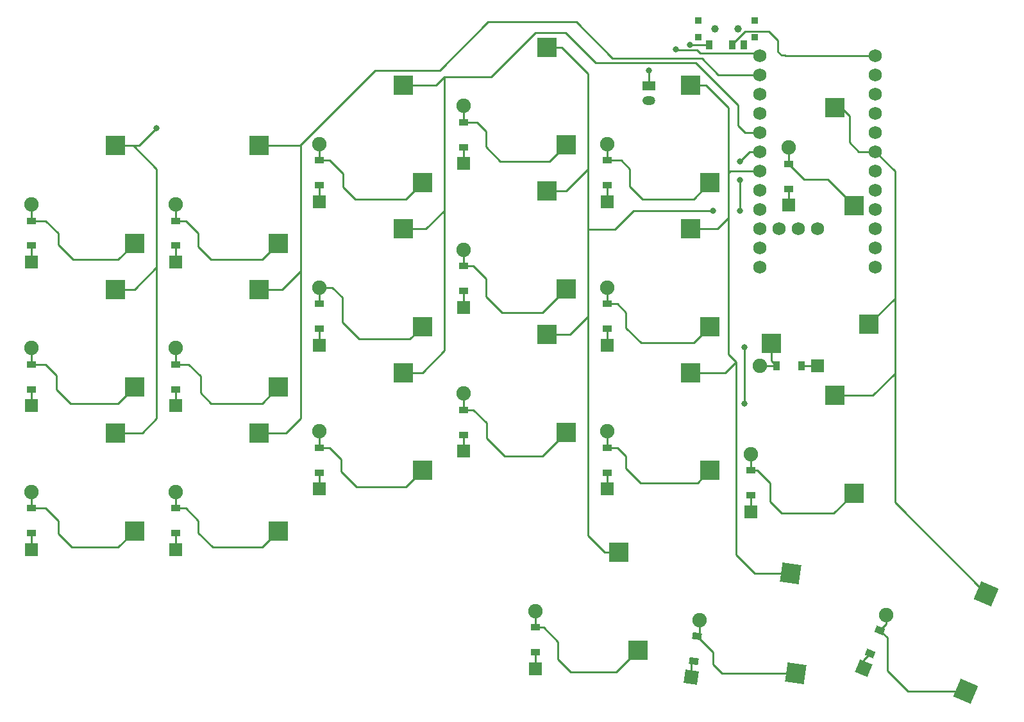
<source format=gbr>
%TF.GenerationSoftware,KiCad,Pcbnew,8.0.6*%
%TF.CreationDate,2024-12-24T11:18:05+01:00*%
%TF.ProjectId,left,6c656674-2e6b-4696-9361-645f70636258,v1.0.0*%
%TF.SameCoordinates,Original*%
%TF.FileFunction,Copper,L2,Bot*%
%TF.FilePolarity,Positive*%
%FSLAX46Y46*%
G04 Gerber Fmt 4.6, Leading zero omitted, Abs format (unit mm)*
G04 Created by KiCad (PCBNEW 8.0.6) date 2024-12-24 11:18:05*
%MOMM*%
%LPD*%
G01*
G04 APERTURE LIST*
G04 Aperture macros list*
%AMRotRect*
0 Rectangle, with rotation*
0 The origin of the aperture is its center*
0 $1 length*
0 $2 width*
0 $3 Rotation angle, in degrees counterclockwise*
0 Add horizontal line*
21,1,$1,$2,0,0,$3*%
G04 Aperture macros list end*
%TA.AperFunction,SMDPad,CuDef*%
%ADD10R,0.900000X0.900000*%
%TD*%
%TA.AperFunction,WasherPad*%
%ADD11C,1.000000*%
%TD*%
%TA.AperFunction,SMDPad,CuDef*%
%ADD12R,0.900000X1.250000*%
%TD*%
%TA.AperFunction,ComponentPad*%
%ADD13R,1.778000X1.778000*%
%TD*%
%TA.AperFunction,SMDPad,CuDef*%
%ADD14R,1.200000X0.900000*%
%TD*%
%TA.AperFunction,ComponentPad*%
%ADD15C,1.905000*%
%TD*%
%TA.AperFunction,SMDPad,CuDef*%
%ADD16R,2.500000X2.550000*%
%TD*%
%TA.AperFunction,ComponentPad*%
%ADD17RotRect,1.778000X1.778000X67.000000*%
%TD*%
%TA.AperFunction,SMDPad,CuDef*%
%ADD18RotRect,0.900000X1.200000X67.000000*%
%TD*%
%TA.AperFunction,SMDPad,CuDef*%
%ADD19RotRect,2.550000X2.500000X262.000000*%
%TD*%
%TA.AperFunction,ComponentPad*%
%ADD20RotRect,1.778000X1.778000X82.000000*%
%TD*%
%TA.AperFunction,SMDPad,CuDef*%
%ADD21RotRect,0.900000X1.200000X82.000000*%
%TD*%
%TA.AperFunction,ComponentPad*%
%ADD22R,1.700000X1.200000*%
%TD*%
%TA.AperFunction,ComponentPad*%
%ADD23O,1.700000X1.200000*%
%TD*%
%TA.AperFunction,ComponentPad*%
%ADD24C,1.752600*%
%TD*%
%TA.AperFunction,SMDPad,CuDef*%
%ADD25R,2.550000X2.500000*%
%TD*%
%TA.AperFunction,SMDPad,CuDef*%
%ADD26RotRect,2.550000X2.500000X247.000000*%
%TD*%
%TA.AperFunction,SMDPad,CuDef*%
%ADD27R,0.900000X1.200000*%
%TD*%
%TA.AperFunction,ViaPad*%
%ADD28C,0.800000*%
%TD*%
%TA.AperFunction,Conductor*%
%ADD29C,0.250000*%
%TD*%
G04 APERTURE END LIST*
D10*
%TO.P,T1,*%
%TO.N,*%
X129550000Y-98400000D03*
X129550000Y-100600000D03*
D11*
X131750000Y-99500000D03*
X134750000Y-99500000D03*
D10*
X136950000Y-98400000D03*
X136950000Y-100600000D03*
D12*
%TO.P,T1,1*%
%TO.N,pos*%
X131000000Y-101575000D03*
%TO.P,T1,2*%
%TO.N,RAW*%
X134000000Y-101575000D03*
%TO.P,T1,3*%
%TO.N,N/C*%
X135500000Y-101575000D03*
%TD*%
D13*
%TO.P,D4,1*%
%TO.N,P011*%
X60500000Y-168310000D03*
D14*
X60500000Y-166150000D03*
%TO.P,D4,2*%
%TO.N,ColB_Row1*%
X60500000Y-162850000D03*
D15*
X60500000Y-160690000D03*
%TD*%
D13*
%TO.P,D5,1*%
%TO.N,P009*%
X60500000Y-149310000D03*
D14*
X60500000Y-147150000D03*
%TO.P,D5,2*%
%TO.N,ColB_Row2*%
X60500000Y-143850000D03*
D15*
X60500000Y-141690000D03*
%TD*%
D16*
%TO.P,S13,1*%
%TO.N,P022*%
X128540000Y-144915000D03*
%TO.P,S13,2*%
%TO.N,ColE_Row1*%
X131080000Y-157842000D03*
%TD*%
D17*
%TO.P,D19,1*%
%TO.N,P115*%
X151389326Y-184007308D03*
D18*
X152233307Y-182019018D03*
%TO.P,D19,2*%
%TO.N,ColF_Row0*%
X153522719Y-178981352D03*
D15*
X154366700Y-176993062D03*
%TD*%
D16*
%TO.P,S17,1*%
%TO.N,P029*%
X147540000Y-109915000D03*
%TO.P,S17,2*%
%TO.N,ColF_Row3*%
X150080000Y-122842000D03*
%TD*%
%TO.P,S8,1*%
%TO.N,P017*%
X90540000Y-125915000D03*
%TO.P,S8,2*%
%TO.N,ColC_Row2*%
X93080000Y-138842000D03*
%TD*%
D13*
%TO.P,D10,1*%
%TO.N,P011*%
X98500000Y-155310000D03*
D14*
X98500000Y-153150000D03*
%TO.P,D10,2*%
%TO.N,ColD_Row1*%
X98500000Y-149850000D03*
D15*
X98500000Y-147690000D03*
%TD*%
D19*
%TO.P,S19,1*%
%TO.N,P022*%
X141693780Y-171485505D03*
%TO.P,S19,2*%
%TO.N,ColE_Row0*%
X142409971Y-184640200D03*
%TD*%
D16*
%TO.P,S1,1*%
%TO.N,P006*%
X52540000Y-152915000D03*
%TO.P,S1,2*%
%TO.N,ColA_Row1*%
X55080000Y-165842000D03*
%TD*%
D20*
%TO.P,D18,1*%
%TO.N,P115*%
X128618650Y-185194211D03*
D21*
X128919265Y-183055232D03*
%TO.P,D18,2*%
%TO.N,ColE_Row0*%
X129378537Y-179787348D03*
D15*
X129679152Y-177648369D03*
%TD*%
D16*
%TO.P,S9,1*%
%TO.N,P017*%
X90540000Y-106915000D03*
%TO.P,S9,2*%
%TO.N,ColC_Row3*%
X93080000Y-119842000D03*
%TD*%
%TO.P,S14,1*%
%TO.N,P022*%
X128540000Y-125915000D03*
%TO.P,S14,2*%
%TO.N,ColE_Row2*%
X131080000Y-138842000D03*
%TD*%
D13*
%TO.P,D8,1*%
%TO.N,P009*%
X79500000Y-141310000D03*
D14*
X79500000Y-139150000D03*
%TO.P,D8,2*%
%TO.N,ColC_Row2*%
X79500000Y-135850000D03*
D15*
X79500000Y-133690000D03*
%TD*%
D16*
%TO.P,S12,1*%
%TO.N,P020*%
X109540000Y-101915000D03*
%TO.P,S12,2*%
%TO.N,ColD_Row3*%
X112080000Y-114842000D03*
%TD*%
%TO.P,S10,1*%
%TO.N,P020*%
X109540000Y-139915000D03*
%TO.P,S10,2*%
%TO.N,ColD_Row1*%
X112080000Y-152842000D03*
%TD*%
D13*
%TO.P,D21,1*%
%TO.N,P100*%
X141500000Y-122810000D03*
D14*
X141500000Y-120650000D03*
%TO.P,D21,2*%
%TO.N,ColF_Row3*%
X141500000Y-117350000D03*
D15*
X141500000Y-115190000D03*
%TD*%
D13*
%TO.P,D6,1*%
%TO.N,P100*%
X60500000Y-130310000D03*
D14*
X60500000Y-128150000D03*
%TO.P,D6,2*%
%TO.N,ColB_Row3*%
X60500000Y-124850000D03*
D15*
X60500000Y-122690000D03*
%TD*%
D22*
%TO.P,JST1,1*%
%TO.N,pos*%
X123000000Y-107000000D03*
D23*
%TO.P,JST1,2*%
%TO.N,GND*%
X123000000Y-109000000D03*
%TD*%
D16*
%TO.P,S11,1*%
%TO.N,P020*%
X109540000Y-120915000D03*
%TO.P,S11,2*%
%TO.N,ColD_Row2*%
X112080000Y-133842000D03*
%TD*%
D13*
%TO.P,D11,1*%
%TO.N,P009*%
X98500000Y-136310000D03*
D14*
X98500000Y-134150000D03*
%TO.P,D11,2*%
%TO.N,ColD_Row2*%
X98500000Y-130850000D03*
D15*
X98500000Y-128690000D03*
%TD*%
D13*
%TO.P,D1,1*%
%TO.N,P011*%
X41500000Y-168310000D03*
D14*
X41500000Y-166150000D03*
%TO.P,D1,2*%
%TO.N,ColA_Row1*%
X41500000Y-162850000D03*
D15*
X41500000Y-160690000D03*
%TD*%
D16*
%TO.P,S2,1*%
%TO.N,P006*%
X52540000Y-133915000D03*
%TO.P,S2,2*%
%TO.N,ColA_Row2*%
X55080000Y-146842000D03*
%TD*%
D13*
%TO.P,D3,1*%
%TO.N,P100*%
X41500000Y-130310000D03*
D14*
X41500000Y-128150000D03*
%TO.P,D3,2*%
%TO.N,ColA_Row3*%
X41500000Y-124850000D03*
D15*
X41500000Y-122690000D03*
%TD*%
D13*
%TO.P,D14,1*%
%TO.N,P009*%
X117500000Y-141310000D03*
D14*
X117500000Y-139150000D03*
%TO.P,D14,2*%
%TO.N,ColE_Row2*%
X117500000Y-135850000D03*
D15*
X117500000Y-133690000D03*
%TD*%
D13*
%TO.P,D7,1*%
%TO.N,P011*%
X79500000Y-160310000D03*
D14*
X79500000Y-158150000D03*
%TO.P,D7,2*%
%TO.N,ColC_Row1*%
X79500000Y-154850000D03*
D15*
X79500000Y-152690000D03*
%TD*%
D13*
%TO.P,D17,1*%
%TO.N,P115*%
X108000000Y-184060000D03*
D14*
X108000000Y-181900000D03*
%TO.P,D17,2*%
%TO.N,ColD_Row0*%
X108000000Y-178600000D03*
D15*
X108000000Y-176440000D03*
%TD*%
D24*
%TO.P,MCU1,1*%
%TO.N,P006*%
X137680000Y-103030000D03*
%TO.P,MCU1,2*%
%TO.N,P008*%
X137680000Y-105570000D03*
%TO.P,MCU1,3*%
%TO.N,GND*%
X137680000Y-108110000D03*
%TO.P,MCU1,4*%
X137680000Y-110650000D03*
%TO.P,MCU1,5*%
%TO.N,P017*%
X137680000Y-113190000D03*
%TO.P,MCU1,6*%
%TO.N,P020*%
X137680000Y-115730000D03*
%TO.P,MCU1,7*%
%TO.N,P022*%
X137680000Y-118270000D03*
%TO.P,MCU1,8*%
%TO.N,P024*%
X137680000Y-120810000D03*
%TO.P,MCU1,9*%
%TO.N,P100*%
X137680000Y-123350000D03*
%TO.P,MCU1,10*%
%TO.N,P011*%
X137680000Y-125890000D03*
%TO.P,MCU1,11*%
%TO.N,P104*%
X137680000Y-128430000D03*
%TO.P,MCU1,12*%
%TO.N,P106*%
X137680000Y-130970000D03*
%TO.P,MCU1,13*%
%TO.N,P009*%
X152920000Y-130970000D03*
%TO.P,MCU1,14*%
%TO.N,P010*%
X152920000Y-128430000D03*
%TO.P,MCU1,15*%
%TO.N,P111*%
X152920000Y-125890000D03*
%TO.P,MCU1,16*%
%TO.N,P113*%
X152920000Y-123350000D03*
%TO.P,MCU1,17*%
%TO.N,P115*%
X152920000Y-120810000D03*
%TO.P,MCU1,18*%
%TO.N,P002*%
X152920000Y-118270000D03*
%TO.P,MCU1,19*%
%TO.N,P029*%
X152920000Y-115730000D03*
%TO.P,MCU1,20*%
%TO.N,P031*%
X152920000Y-113190000D03*
%TO.P,MCU1,21*%
%TO.N,VCC*%
X152920000Y-110650000D03*
%TO.P,MCU1,22*%
%TO.N,RST*%
X152920000Y-108110000D03*
%TO.P,MCU1,23*%
%TO.N,GND*%
X152920000Y-105570000D03*
%TO.P,MCU1,24*%
%TO.N,RAW*%
X152920000Y-103030000D03*
%TO.P,MCU1,31*%
%TO.N,P101*%
X140220000Y-125890000D03*
%TO.P,MCU1,32*%
%TO.N,P102*%
X142760000Y-125890000D03*
%TO.P,MCU1,33*%
%TO.N,P107*%
X145300000Y-125890000D03*
%TD*%
D25*
%TO.P,S21,1*%
%TO.N,P029*%
X152085000Y-138540000D03*
%TO.P,S21,2*%
%TO.N,ColF_Row2*%
X139158000Y-141080000D03*
%TD*%
D13*
%TO.P,D16,1*%
%TO.N,P011*%
X136500000Y-163310000D03*
D14*
X136500000Y-161150000D03*
%TO.P,D16,2*%
%TO.N,ColF_Row1*%
X136500000Y-157850000D03*
D15*
X136500000Y-155690000D03*
%TD*%
D13*
%TO.P,D9,1*%
%TO.N,P100*%
X79500000Y-122310000D03*
D14*
X79500000Y-120150000D03*
%TO.P,D9,2*%
%TO.N,ColC_Row3*%
X79500000Y-116850000D03*
D15*
X79500000Y-114690000D03*
%TD*%
D26*
%TO.P,S20,1*%
%TO.N,P029*%
X167567006Y-174149808D03*
%TO.P,S20,2*%
%TO.N,ColF_Row0*%
X164854106Y-187041631D03*
%TD*%
D16*
%TO.P,S4,1*%
%TO.N,P008*%
X71540000Y-152915000D03*
%TO.P,S4,2*%
%TO.N,ColB_Row1*%
X74080000Y-165842000D03*
%TD*%
D13*
%TO.P,D15,1*%
%TO.N,P100*%
X117500000Y-122310000D03*
D14*
X117500000Y-120150000D03*
%TO.P,D15,2*%
%TO.N,ColE_Row3*%
X117500000Y-116850000D03*
D15*
X117500000Y-114690000D03*
%TD*%
D16*
%TO.P,S6,1*%
%TO.N,P008*%
X71540000Y-114915000D03*
%TO.P,S6,2*%
%TO.N,ColB_Row3*%
X74080000Y-127842000D03*
%TD*%
%TO.P,S15,1*%
%TO.N,P022*%
X128540000Y-106915000D03*
%TO.P,S15,2*%
%TO.N,ColE_Row3*%
X131080000Y-119842000D03*
%TD*%
%TO.P,S5,1*%
%TO.N,P008*%
X71540000Y-133915000D03*
%TO.P,S5,2*%
%TO.N,ColB_Row2*%
X74080000Y-146842000D03*
%TD*%
D13*
%TO.P,D2,1*%
%TO.N,P009*%
X41500000Y-149310000D03*
D14*
X41500000Y-147150000D03*
%TO.P,D2,2*%
%TO.N,ColA_Row2*%
X41500000Y-143850000D03*
D15*
X41500000Y-141690000D03*
%TD*%
D16*
%TO.P,S18,1*%
%TO.N,P020*%
X119040000Y-168665000D03*
%TO.P,S18,2*%
%TO.N,ColD_Row0*%
X121580000Y-181592000D03*
%TD*%
D13*
%TO.P,D12,1*%
%TO.N,P100*%
X98500000Y-117310000D03*
D14*
X98500000Y-115150000D03*
%TO.P,D12,2*%
%TO.N,ColD_Row3*%
X98500000Y-111850000D03*
D15*
X98500000Y-109690000D03*
%TD*%
D13*
%TO.P,D13,1*%
%TO.N,P011*%
X117500000Y-160310000D03*
D14*
X117500000Y-158150000D03*
%TO.P,D13,2*%
%TO.N,ColE_Row1*%
X117500000Y-154850000D03*
D15*
X117500000Y-152690000D03*
%TD*%
D16*
%TO.P,S7,1*%
%TO.N,P017*%
X90540000Y-144915000D03*
%TO.P,S7,2*%
%TO.N,ColC_Row1*%
X93080000Y-157842000D03*
%TD*%
D13*
%TO.P,D20,1*%
%TO.N,P009*%
X145310000Y-144000000D03*
D27*
X143150000Y-144000000D03*
%TO.P,D20,2*%
%TO.N,ColF_Row2*%
X139850000Y-144000000D03*
D15*
X137690000Y-144000000D03*
%TD*%
D16*
%TO.P,S16,1*%
%TO.N,P029*%
X147540000Y-147915000D03*
%TO.P,S16,2*%
%TO.N,ColF_Row1*%
X150080000Y-160842000D03*
%TD*%
%TO.P,S3,1*%
%TO.N,P006*%
X52540000Y-114915000D03*
%TO.P,S3,2*%
%TO.N,ColA_Row3*%
X55080000Y-127842000D03*
%TD*%
D28*
%TO.N,P006*%
X58000000Y-112600000D03*
X126600000Y-102200000D03*
%TO.N,P020*%
X131500000Y-123500000D03*
X135000000Y-123500000D03*
X135000000Y-117000000D03*
X135000000Y-119500000D03*
%TO.N,P011*%
X135600000Y-141600000D03*
X135600000Y-149000000D03*
%TO.N,pos*%
X128425000Y-101575000D03*
X123000000Y-105000000D03*
%TD*%
D29*
%TO.N,ColF_Row1*%
X136500000Y-157850000D02*
X137350000Y-157850000D01*
X137350000Y-157850000D02*
X139000000Y-159500000D01*
X139000000Y-159500000D02*
X139000000Y-162000000D01*
X139000000Y-162000000D02*
X140500000Y-163500000D01*
X140500000Y-163500000D02*
X147422000Y-163500000D01*
X147422000Y-163500000D02*
X150080000Y-160842000D01*
%TO.N,ColF_Row0*%
X153522719Y-178981352D02*
X154500000Y-179958633D01*
X154500000Y-179958633D02*
X154500000Y-184300000D01*
X154500000Y-184300000D02*
X157241631Y-187041631D01*
X157241631Y-187041631D02*
X164854107Y-187041631D01*
%TO.N,ColE_Row0*%
X129378537Y-179787348D02*
X131500000Y-181908811D01*
X131500000Y-181908811D02*
X131500000Y-183500000D01*
X131500000Y-183500000D02*
X132640200Y-184640200D01*
X132640200Y-184640200D02*
X142409971Y-184640200D01*
%TO.N,ColD_Row0*%
X108000000Y-178600000D02*
X109100000Y-178600000D01*
X109100000Y-178600000D02*
X111000000Y-180500000D01*
X111000000Y-180500000D02*
X111000000Y-182800000D01*
X111000000Y-182800000D02*
X112700000Y-184500000D01*
X112700000Y-184500000D02*
X118672000Y-184500000D01*
X118672000Y-184500000D02*
X121580000Y-181592000D01*
%TO.N,ColE_Row1*%
X117500000Y-154850000D02*
X118850000Y-154850000D01*
X121900000Y-159500000D02*
X129422000Y-159500000D01*
X118850000Y-154850000D02*
X120000000Y-156000000D01*
X120000000Y-156000000D02*
X120000000Y-157600000D01*
X120000000Y-157600000D02*
X121900000Y-159500000D01*
X129422000Y-159500000D02*
X131080000Y-157842000D01*
%TO.N,ColE_Row2*%
X118850000Y-135850000D02*
X120000000Y-137000000D01*
X120000000Y-137000000D02*
X120000000Y-139000000D01*
X120000000Y-139000000D02*
X122000000Y-141000000D01*
X117500000Y-135850000D02*
X118850000Y-135850000D01*
X128922000Y-141000000D02*
X131080000Y-138842000D01*
X122000000Y-141000000D02*
X128922000Y-141000000D01*
%TO.N,ColE_Row3*%
X117500000Y-116850000D02*
X119350000Y-116850000D01*
X122200000Y-122000000D02*
X128922000Y-122000000D01*
X119350000Y-116850000D02*
X120500000Y-118000000D01*
X120500000Y-118000000D02*
X120500000Y-120300000D01*
X120500000Y-120300000D02*
X122200000Y-122000000D01*
X128922000Y-122000000D02*
X131080000Y-119842000D01*
%TO.N,ColD_Row3*%
X98500000Y-111850000D02*
X100350000Y-111850000D01*
X100350000Y-111850000D02*
X101500000Y-113000000D01*
X103400000Y-117000000D02*
X109922000Y-117000000D01*
X101500000Y-113000000D02*
X101500000Y-115100000D01*
X101500000Y-115100000D02*
X103400000Y-117000000D01*
X109922000Y-117000000D02*
X112080000Y-114842000D01*
%TO.N,ColD_Row2*%
X98500000Y-130850000D02*
X99850000Y-130850000D01*
X101500000Y-132500000D02*
X101500000Y-134900000D01*
X99850000Y-130850000D02*
X101500000Y-132500000D01*
X101500000Y-134900000D02*
X103600000Y-137000000D01*
X103600000Y-137000000D02*
X108922000Y-137000000D01*
X108922000Y-137000000D02*
X112080000Y-133842000D01*
%TO.N,ColD_Row1*%
X98500000Y-149850000D02*
X99850000Y-149850000D01*
X99850000Y-149850000D02*
X101600000Y-151600000D01*
X101600000Y-151600000D02*
X101600000Y-153600000D01*
X104000000Y-156000000D02*
X108922000Y-156000000D01*
X101600000Y-153600000D02*
X104000000Y-156000000D01*
X108922000Y-156000000D02*
X112080000Y-152842000D01*
%TO.N,ColC_Row1*%
X82400000Y-156400000D02*
X82400000Y-158000000D01*
X80850000Y-154850000D02*
X82400000Y-156400000D01*
X84400000Y-160000000D02*
X90922000Y-160000000D01*
X82400000Y-158000000D02*
X84400000Y-160000000D01*
X79500000Y-154850000D02*
X80850000Y-154850000D01*
X90922000Y-160000000D02*
X93080000Y-157842000D01*
%TO.N,ColC_Row2*%
X79500000Y-133690000D02*
X81190000Y-133690000D01*
X82500000Y-138300000D02*
X84700000Y-140500000D01*
X81190000Y-133690000D02*
X82500000Y-135000000D01*
X82500000Y-135000000D02*
X82500000Y-138300000D01*
X84700000Y-140500000D02*
X91422000Y-140500000D01*
X91422000Y-140500000D02*
X93080000Y-138842000D01*
%TO.N,ColC_Row3*%
X79500000Y-116850000D02*
X80850000Y-116850000D01*
X82600000Y-118600000D02*
X82600000Y-120400000D01*
X80850000Y-116850000D02*
X82600000Y-118600000D01*
X84200000Y-122000000D02*
X90922000Y-122000000D01*
X82600000Y-120400000D02*
X84200000Y-122000000D01*
X90922000Y-122000000D02*
X93080000Y-119842000D01*
%TO.N,ColB_Row3*%
X63500000Y-126500000D02*
X63500000Y-128300000D01*
X61850000Y-124850000D02*
X63500000Y-126500000D01*
X60500000Y-124850000D02*
X61850000Y-124850000D01*
X63500000Y-128300000D02*
X65200000Y-130000000D01*
X71922000Y-130000000D02*
X74080000Y-127842000D01*
X65200000Y-130000000D02*
X71922000Y-130000000D01*
%TO.N,ColB_Row2*%
X62250000Y-143850000D02*
X63800000Y-145400000D01*
X65200000Y-149000000D02*
X71922000Y-149000000D01*
X63800000Y-145400000D02*
X63800000Y-147600000D01*
X60500000Y-143850000D02*
X62250000Y-143850000D01*
X63800000Y-147600000D02*
X65200000Y-149000000D01*
X71922000Y-149000000D02*
X74080000Y-146842000D01*
%TO.N,ColB_Row1*%
X60500000Y-162850000D02*
X61850000Y-162850000D01*
X61850000Y-162850000D02*
X63500000Y-164500000D01*
X63500000Y-164500000D02*
X63500000Y-166100000D01*
X63500000Y-166100000D02*
X65400000Y-168000000D01*
X65400000Y-168000000D02*
X71922000Y-168000000D01*
X71922000Y-168000000D02*
X74080000Y-165842000D01*
%TO.N,ColA_Row1*%
X41500000Y-162850000D02*
X43350000Y-162850000D01*
X46800000Y-168000000D02*
X52922000Y-168000000D01*
X43350000Y-162850000D02*
X45000000Y-164500000D01*
X52922000Y-168000000D02*
X55080000Y-165842000D01*
X45000000Y-164500000D02*
X45000000Y-166200000D01*
X45000000Y-166200000D02*
X46800000Y-168000000D01*
%TO.N,ColA_Row2*%
X41500000Y-143850000D02*
X43350000Y-143850000D01*
X43350000Y-143850000D02*
X44800000Y-145300000D01*
X44800000Y-147200000D02*
X46600000Y-149000000D01*
X44800000Y-145300000D02*
X44800000Y-147200000D01*
X46600000Y-149000000D02*
X52922000Y-149000000D01*
X52922000Y-149000000D02*
X55080000Y-146842000D01*
%TO.N,ColA_Row3*%
X41500000Y-124850000D02*
X43350000Y-124850000D01*
X47000000Y-130000000D02*
X52922000Y-130000000D01*
X52922000Y-130000000D02*
X55080000Y-127842000D01*
X43350000Y-124850000D02*
X45000000Y-126500000D01*
X45000000Y-126500000D02*
X45000000Y-128000000D01*
X45000000Y-128000000D02*
X47000000Y-130000000D01*
%TO.N,P006*%
X129800000Y-102700000D02*
X137350000Y-102700000D01*
X137350000Y-102700000D02*
X137680000Y-103030000D01*
X129400000Y-102300000D02*
X129800000Y-102700000D01*
X55085000Y-133915000D02*
X58000000Y-131000000D01*
X52540000Y-152915000D02*
X56085000Y-152915000D01*
X58000000Y-131000000D02*
X58000000Y-118000000D01*
X126700000Y-102300000D02*
X129400000Y-102300000D01*
X52540000Y-133915000D02*
X55085000Y-133915000D01*
X58000000Y-118000000D02*
X54915000Y-114915000D01*
X54915000Y-114915000D02*
X52540000Y-114915000D01*
X55685000Y-114915000D02*
X58000000Y-112600000D01*
X126600000Y-102200000D02*
X126700000Y-102300000D01*
X52540000Y-114915000D02*
X55685000Y-114915000D01*
X56085000Y-152915000D02*
X58000000Y-151000000D01*
X58000000Y-151000000D02*
X58000000Y-131000000D01*
X137650000Y-103000000D02*
X137680000Y-103030000D01*
%TO.N,ColA_Row1*%
X41500000Y-160690000D02*
X41500000Y-162850000D01*
%TO.N,ColA_Row2*%
X41500000Y-141690000D02*
X41500000Y-143850000D01*
%TO.N,ColA_Row3*%
X41500000Y-122690000D02*
X41500000Y-124850000D01*
%TO.N,P008*%
X132170000Y-105570000D02*
X137680000Y-105570000D01*
X130000000Y-103400000D02*
X132170000Y-105570000D01*
X118200000Y-103400000D02*
X130000000Y-103400000D01*
X95400000Y-105000000D02*
X101800000Y-98600000D01*
X113400000Y-98600000D02*
X118200000Y-103400000D01*
X76915000Y-114915000D02*
X71540000Y-114915000D01*
X71540000Y-152915000D02*
X75085000Y-152915000D01*
X101800000Y-98600000D02*
X113400000Y-98600000D01*
X77000000Y-115000000D02*
X76915000Y-114915000D01*
X71540000Y-133915000D02*
X74585000Y-133915000D01*
X77000000Y-151000000D02*
X77000000Y-131500000D01*
X74585000Y-133915000D02*
X77000000Y-131500000D01*
X77000000Y-131500000D02*
X77000000Y-115000000D01*
X86830000Y-105000000D02*
X95400000Y-105000000D01*
X75085000Y-152915000D02*
X77000000Y-151000000D01*
X76915000Y-114915000D02*
X86830000Y-105000000D01*
%TO.N,ColB_Row1*%
X60500000Y-160690000D02*
X60500000Y-162850000D01*
%TO.N,ColB_Row2*%
X60500000Y-141690000D02*
X60500000Y-143850000D01*
%TO.N,ColB_Row3*%
X60500000Y-122690000D02*
X60500000Y-124850000D01*
%TO.N,P017*%
X116000000Y-104000000D02*
X129200000Y-104000000D01*
X129200000Y-104000000D02*
X134800000Y-109600000D01*
X112000000Y-100000000D02*
X116000000Y-104000000D01*
X108000000Y-100000000D02*
X112000000Y-100000000D01*
X135690000Y-113190000D02*
X137680000Y-113190000D01*
X134800000Y-109600000D02*
X134800000Y-112300000D01*
X96000000Y-142000000D02*
X96000000Y-123500000D01*
X93085000Y-144915000D02*
X96000000Y-142000000D01*
X134800000Y-112300000D02*
X135690000Y-113190000D01*
X94885000Y-106915000D02*
X96000000Y-105800000D01*
X90540000Y-125915000D02*
X93585000Y-125915000D01*
X91655000Y-105800000D02*
X90540000Y-106915000D01*
X102200000Y-105800000D02*
X108000000Y-100000000D01*
X96000000Y-105800000D02*
X102200000Y-105800000D01*
X90540000Y-106915000D02*
X94885000Y-106915000D01*
X96000000Y-123500000D02*
X96000000Y-105800000D01*
X93585000Y-125915000D02*
X96000000Y-123500000D01*
X90540000Y-144915000D02*
X93085000Y-144915000D01*
%TO.N,ColC_Row1*%
X79500000Y-152690000D02*
X79500000Y-154850000D01*
%TO.N,ColC_Row2*%
X79500000Y-135850000D02*
X79500000Y-133690000D01*
%TO.N,ColC_Row3*%
X79500000Y-114690000D02*
X79500000Y-116850000D01*
%TO.N,P020*%
X135000000Y-123500000D02*
X135000000Y-119500000D01*
X115000000Y-105400000D02*
X111515000Y-101915000D01*
X111515000Y-101915000D02*
X109540000Y-101915000D01*
X117165000Y-168665000D02*
X115000000Y-166500000D01*
X115000000Y-118000000D02*
X115000000Y-105400000D01*
X115000000Y-126000000D02*
X118500000Y-126000000D01*
X121000000Y-123500000D02*
X131500000Y-123500000D01*
X115000000Y-137500000D02*
X115000000Y-137000000D01*
X112585000Y-139915000D02*
X115000000Y-137500000D01*
X109540000Y-120915000D02*
X112085000Y-120915000D01*
X119040000Y-168665000D02*
X117165000Y-168665000D01*
X135000000Y-117000000D02*
X136270000Y-115730000D01*
X115000000Y-166500000D02*
X115000000Y-137000000D01*
X136270000Y-115730000D02*
X137680000Y-115730000D01*
X118500000Y-126000000D02*
X121000000Y-123500000D01*
X112085000Y-120915000D02*
X115000000Y-118000000D01*
X115000000Y-126000000D02*
X115000000Y-118000000D01*
X109540000Y-139915000D02*
X112585000Y-139915000D01*
X115000000Y-137000000D02*
X115000000Y-126000000D01*
%TO.N,ColD_Row1*%
X98500000Y-147690000D02*
X98500000Y-149850000D01*
%TO.N,ColD_Row2*%
X98500000Y-128690000D02*
X98500000Y-130850000D01*
%TO.N,ColD_Row3*%
X98500000Y-109690000D02*
X98500000Y-111850000D01*
%TO.N,P022*%
X134500000Y-143500000D02*
X134500000Y-169000000D01*
X133500000Y-109900000D02*
X130515000Y-106915000D01*
X128540000Y-125915000D02*
X132085000Y-125915000D01*
X133085000Y-144915000D02*
X134500000Y-143500000D01*
X132085000Y-125915000D02*
X133500000Y-124500000D01*
X136985505Y-171485505D02*
X141693780Y-171485505D01*
X133500000Y-121000000D02*
X133500000Y-109900000D01*
X134500000Y-143500000D02*
X133500000Y-142500000D01*
X133500000Y-142500000D02*
X133500000Y-123000000D01*
X130515000Y-106915000D02*
X128540000Y-106915000D01*
X133500000Y-123000000D02*
X133500000Y-121000000D01*
X128540000Y-144915000D02*
X133085000Y-144915000D01*
X134500000Y-169000000D02*
X136985505Y-171485505D01*
X133500000Y-121000000D02*
X133500000Y-118500000D01*
X133730000Y-118270000D02*
X137680000Y-118270000D01*
X133500000Y-118500000D02*
X133730000Y-118270000D01*
%TO.N,ColE_Row1*%
X117500000Y-152690000D02*
X117500000Y-154850000D01*
%TO.N,ColE_Row2*%
X117500000Y-133690000D02*
X117500000Y-135850000D01*
%TO.N,ColE_Row3*%
X117500000Y-114690000D02*
X117500000Y-116850000D01*
%TO.N,P029*%
X155500000Y-118310000D02*
X152920000Y-115730000D01*
X155500000Y-138540000D02*
X155500000Y-135125000D01*
X149500000Y-111000000D02*
X149500000Y-114500000D01*
X155500000Y-138540000D02*
X155500000Y-145000000D01*
X155500000Y-138540000D02*
X155500000Y-118310000D01*
X155500000Y-145000000D02*
X155500000Y-162082802D01*
X149500000Y-114500000D02*
X150730000Y-115730000D01*
X150730000Y-115730000D02*
X152920000Y-115730000D01*
X147540000Y-147915000D02*
X152585000Y-147915000D01*
X155500000Y-162082802D02*
X167567006Y-174149808D01*
X152585000Y-147915000D02*
X155500000Y-145000000D01*
X148415000Y-109915000D02*
X149500000Y-111000000D01*
X147540000Y-109915000D02*
X148415000Y-109915000D01*
X155500000Y-135125000D02*
X152085000Y-138540000D01*
%TO.N,ColF_Row1*%
X136500000Y-155690000D02*
X136500000Y-157850000D01*
%TO.N,ColF_Row3*%
X141500000Y-117350000D02*
X143518900Y-119368900D01*
X146606900Y-119368900D02*
X150080000Y-122842000D01*
X143518900Y-119368900D02*
X146606900Y-119368900D01*
X141500000Y-115190000D02*
X141500000Y-117350000D01*
%TO.N,ColD_Row0*%
X108000000Y-176440000D02*
X108000000Y-178600000D01*
%TO.N,ColE_Row0*%
X129679151Y-177648369D02*
X129679151Y-179486734D01*
X129679151Y-179486734D02*
X129378537Y-179787348D01*
%TO.N,ColF_Row0*%
X154366699Y-176993062D02*
X154366699Y-178137372D01*
X154366699Y-178137372D02*
X153522719Y-178981352D01*
%TO.N,ColF_Row2*%
X139850000Y-144000000D02*
X137690000Y-144000000D01*
X139158000Y-143308000D02*
X139850000Y-144000000D01*
X139158000Y-141080000D02*
X139158000Y-143308000D01*
%TO.N,RAW*%
X134000000Y-101575000D02*
X134000000Y-101500000D01*
X141030000Y-103030000D02*
X152920000Y-103030000D01*
X140000000Y-102500000D02*
X140500000Y-103000000D01*
X138825000Y-99825000D02*
X140000000Y-101000000D01*
X135675000Y-99825000D02*
X138825000Y-99825000D01*
X140000000Y-101000000D02*
X140000000Y-102500000D01*
X141000000Y-103000000D02*
X141030000Y-103030000D01*
X134000000Y-101500000D02*
X135675000Y-99825000D01*
X140500000Y-103000000D02*
X141000000Y-103000000D01*
%TO.N,P115*%
X151389327Y-182862998D02*
X152233307Y-182019018D01*
X151389327Y-184007308D02*
X151389327Y-182862998D01*
X128618651Y-183355846D02*
X128919265Y-183055232D01*
X108000000Y-184060000D02*
X108000000Y-181900000D01*
X128618651Y-185194211D02*
X128618651Y-183355846D01*
%TO.N,P009*%
X41500000Y-149310000D02*
X41500000Y-147150000D01*
X117500000Y-141310000D02*
X117500000Y-139150000D01*
X143150000Y-144000000D02*
X145310000Y-144000000D01*
X60500000Y-149310000D02*
X60500000Y-147150000D01*
X98500000Y-136310000D02*
X98500000Y-134150000D01*
X79500000Y-141310000D02*
X79500000Y-139150000D01*
%TO.N,P100*%
X117500000Y-120150000D02*
X117500000Y-122310000D01*
X41500000Y-128150000D02*
X41500000Y-130310000D01*
X79500000Y-122310000D02*
X79500000Y-120150000D01*
X98500000Y-117310000D02*
X98500000Y-115150000D01*
X141500000Y-122810000D02*
X141500000Y-120650000D01*
X60500000Y-130310000D02*
X60500000Y-128150000D01*
%TO.N,P011*%
X79500000Y-160310000D02*
X79500000Y-158150000D01*
X117500000Y-160310000D02*
X117500000Y-158150000D01*
X60500000Y-168310000D02*
X60500000Y-166150000D01*
X136500000Y-163310000D02*
X136500000Y-161150000D01*
X98500000Y-155310000D02*
X98500000Y-153150000D01*
X135600000Y-141600000D02*
X135600000Y-149000000D01*
X41500000Y-168310000D02*
X41500000Y-166150000D01*
%TO.N,pos*%
X131000000Y-101575000D02*
X128425000Y-101575000D01*
X123000000Y-107000000D02*
X123000000Y-105000000D01*
%TD*%
M02*

</source>
